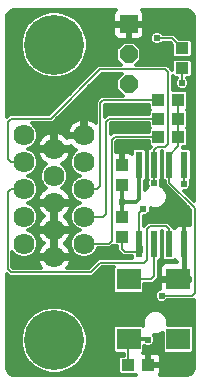
<source format=gtl>
G75*
%MOIN*%
%OFA0B0*%
%FSLAX24Y24*%
%IPPOS*%
%LPD*%
%AMOC8*
5,1,8,0,0,1.08239X$1,22.5*
%
%ADD10R,0.0240X0.0870*%
%ADD11R,0.0433X0.0394*%
%ADD12R,0.0394X0.0433*%
%ADD13R,0.0787X0.0709*%
%ADD14C,0.0703*%
%ADD15C,0.2000*%
%ADD16R,0.0600X0.0600*%
%ADD17OC8,0.0600*%
%ADD18C,0.0060*%
%ADD19C,0.0238*%
%ADD20C,0.0120*%
%ADD21C,0.0160*%
%ADD22C,0.0080*%
D10*
X009936Y004901D03*
X010436Y004901D03*
X010936Y004901D03*
X011436Y004901D03*
X011436Y007551D03*
X010936Y007551D03*
X010436Y007551D03*
X009936Y007551D03*
D11*
X009347Y005818D03*
X009347Y005148D03*
X009564Y000869D03*
X010233Y000869D03*
X011372Y010761D03*
X011372Y011430D03*
D12*
X011237Y009696D03*
X011237Y009089D03*
X011237Y008483D03*
X010568Y008483D03*
X010568Y009089D03*
X010568Y009696D03*
X009347Y007533D03*
X009347Y006864D03*
D13*
X009584Y003727D03*
X011237Y003727D03*
X011237Y001727D03*
X009584Y001727D03*
D14*
X007096Y004475D03*
X007096Y005377D03*
X007096Y006278D03*
X007096Y007180D03*
X007096Y008081D03*
X008096Y008530D03*
X008096Y007629D03*
X008096Y006727D03*
X008096Y005825D03*
X008096Y004924D03*
X006096Y004924D03*
X006096Y005825D03*
X006096Y006727D03*
X006096Y007629D03*
X006096Y008530D03*
D15*
X007096Y011546D03*
X007096Y001703D03*
D16*
X009584Y012231D03*
D17*
X009584Y011231D03*
X009584Y010231D03*
D18*
X008732Y009696D02*
X008632Y009596D01*
X008632Y006827D01*
X008532Y006727D01*
X008096Y006727D01*
X008832Y005925D02*
X008732Y005825D01*
X008096Y005825D01*
X008832Y005925D02*
X008832Y008989D01*
X008932Y009089D01*
X010568Y009089D01*
X010568Y008483D02*
X009112Y008483D01*
X009012Y008383D01*
X009012Y005024D01*
X008912Y004924D01*
X008096Y004924D01*
X008632Y004285D02*
X008532Y004185D01*
X008312Y003965D01*
X005652Y003965D01*
X005552Y004065D01*
X005552Y006627D01*
X005652Y006727D01*
X006096Y006727D01*
X006096Y007629D02*
X005652Y007629D01*
X005552Y007729D01*
X005552Y008985D01*
X005652Y009085D01*
X006984Y009085D01*
X008634Y010735D01*
X010802Y010735D01*
X010902Y010635D01*
X010902Y008255D01*
X010802Y008155D01*
X010536Y008155D01*
X010436Y008055D01*
X010436Y007551D01*
X010432Y007547D01*
X010432Y006955D01*
X010932Y006955D02*
X010932Y007555D01*
X010936Y007551D01*
X010932Y007555D02*
X010932Y007855D01*
X011237Y008160D01*
X011237Y008483D01*
X011237Y009089D01*
X011237Y009696D01*
X011362Y010275D02*
X011362Y010751D01*
X011372Y010761D01*
X011372Y011430D02*
X011037Y011765D01*
X010522Y011765D01*
X010568Y009696D02*
X008732Y009696D01*
X010436Y007551D02*
X010434Y007550D01*
X010433Y007549D01*
X010432Y007547D01*
X010932Y006955D02*
X011782Y006105D01*
X011782Y003285D01*
X011682Y003185D01*
X010682Y003185D01*
X010336Y003727D02*
X010436Y003827D01*
X010436Y004901D01*
X010017Y004820D02*
X010017Y004656D01*
X009447Y004656D01*
X009347Y004756D01*
X009347Y005148D01*
X009936Y004901D02*
X010017Y004820D01*
X009936Y004901D02*
X009936Y005929D01*
X010072Y006065D01*
X010292Y005505D02*
X010836Y005505D01*
X010936Y005405D01*
X010936Y004901D01*
X011436Y004901D02*
X011436Y005625D01*
X011336Y005725D01*
X011082Y005725D01*
X010292Y005505D02*
X010192Y005405D01*
X010192Y004385D01*
X010092Y004285D01*
X008632Y004285D01*
X009584Y003727D02*
X010336Y003727D01*
X011237Y003727D02*
X011263Y003729D01*
X011289Y003734D01*
X011313Y003742D01*
X011337Y003754D01*
X011358Y003768D01*
X011378Y003785D01*
X011395Y003805D01*
X011409Y003826D01*
X011421Y003850D01*
X011429Y003874D01*
X011434Y003900D01*
X011436Y003926D01*
X009584Y001727D02*
X009576Y001725D01*
X009570Y001721D01*
X009566Y001715D01*
X009564Y001707D01*
X009564Y000869D01*
X011432Y006915D02*
X011434Y006916D01*
X011435Y006917D01*
X011436Y006919D01*
X011436Y007551D01*
D19*
X011432Y006915D03*
X011162Y006285D03*
X011082Y005725D03*
X010072Y006065D03*
X009342Y006295D03*
X010432Y006955D03*
X009382Y008215D03*
X009382Y008795D03*
X009382Y009385D03*
X008082Y009455D03*
X010522Y011765D03*
X011362Y010275D03*
X007822Y004305D03*
X006412Y004315D03*
X008182Y002565D03*
X009392Y003055D03*
X010682Y003185D03*
X011392Y002695D03*
X010232Y001725D03*
D20*
X005510Y000825D02*
X005515Y000770D01*
X005557Y000668D01*
X005635Y000591D01*
X005737Y000548D01*
X005792Y000543D01*
X009840Y000543D01*
X009833Y000555D01*
X009830Y000552D01*
X009298Y000552D01*
X009227Y000622D01*
X009227Y001115D01*
X009298Y001186D01*
X009414Y001186D01*
X009414Y001253D01*
X009140Y001253D01*
X009070Y001323D01*
X009070Y002131D01*
X009140Y002201D01*
X010027Y002201D01*
X010066Y002162D01*
X010052Y002198D01*
X010052Y002362D01*
X010115Y002515D01*
X010231Y002631D01*
X010384Y002694D01*
X010548Y002694D01*
X010701Y002631D01*
X010817Y002515D01*
X010880Y002362D01*
X010880Y002201D01*
X011681Y002201D01*
X011751Y002131D01*
X011751Y001323D01*
X011681Y001253D01*
X010794Y001253D01*
X010724Y001323D01*
X010724Y001951D01*
X010701Y001929D01*
X010548Y001866D01*
X010430Y001866D01*
X010435Y001861D01*
X010471Y001773D01*
X010471Y001678D01*
X010435Y001590D01*
X010368Y001523D01*
X010280Y001486D01*
X010185Y001486D01*
X010097Y001523D01*
X010097Y001323D01*
X010057Y001283D01*
X010195Y001283D01*
X010195Y000907D01*
X010272Y000907D01*
X010667Y000907D01*
X010667Y001094D01*
X010653Y001150D01*
X010624Y001199D01*
X010583Y001240D01*
X010534Y001268D01*
X010478Y001283D01*
X010272Y001283D01*
X010272Y000907D01*
X010272Y000830D01*
X010667Y000830D01*
X010667Y000643D01*
X010653Y000588D01*
X010626Y000543D01*
X011485Y000543D01*
X011539Y000548D01*
X011641Y000591D01*
X011718Y000669D01*
X011760Y000770D01*
X011765Y000825D01*
X011765Y000825D01*
X011765Y000915D01*
X011765Y000915D01*
X011765Y003056D01*
X011744Y003035D01*
X010870Y003035D01*
X010818Y002983D01*
X010730Y002946D01*
X010635Y002946D01*
X010547Y002983D01*
X010480Y003050D01*
X010443Y003138D01*
X010443Y003233D01*
X010480Y003321D01*
X010547Y003388D01*
X010626Y003421D01*
X010626Y003667D01*
X011177Y003667D01*
X011177Y003787D01*
X010626Y003787D01*
X010626Y004110D01*
X010641Y004165D01*
X010670Y004215D01*
X010710Y004255D01*
X010760Y004284D01*
X010815Y004299D01*
X011176Y004299D01*
X011142Y004332D01*
X011124Y004364D01*
X011106Y004346D01*
X010766Y004346D01*
X010696Y004416D01*
X010696Y005355D01*
X010676Y005355D01*
X010676Y004416D01*
X010606Y004346D01*
X010586Y004346D01*
X010586Y003765D01*
X010498Y003677D01*
X010398Y003577D01*
X010097Y003577D01*
X010097Y003323D01*
X010027Y003253D01*
X009140Y003253D01*
X009070Y003323D01*
X009070Y004131D01*
X009074Y004135D01*
X008694Y004135D01*
X008594Y004035D01*
X008594Y004035D01*
X008462Y003903D01*
X008374Y003815D01*
X005590Y003815D01*
X005510Y003896D01*
X005510Y000825D01*
X005512Y000799D02*
X006421Y000799D01*
X006408Y000807D02*
X006663Y000660D01*
X006948Y000583D01*
X007243Y000583D01*
X007528Y000660D01*
X007783Y000807D01*
X007992Y001016D01*
X008139Y001271D01*
X008216Y001556D01*
X008216Y001851D01*
X008139Y002136D01*
X007992Y002391D01*
X007783Y002600D01*
X007528Y002747D01*
X007243Y002823D01*
X006948Y002823D01*
X006663Y002747D01*
X006408Y002600D01*
X006199Y002391D01*
X006052Y002136D01*
X005976Y001851D01*
X005976Y001556D01*
X006052Y001271D01*
X006199Y001016D01*
X006408Y000807D01*
X006297Y000918D02*
X005510Y000918D01*
X005510Y001036D02*
X006187Y001036D01*
X006119Y001155D02*
X005510Y001155D01*
X005510Y001273D02*
X006051Y001273D01*
X006019Y001392D02*
X005510Y001392D01*
X005510Y001510D02*
X005988Y001510D01*
X005976Y001629D02*
X005510Y001629D01*
X005510Y001747D02*
X005976Y001747D01*
X005980Y001866D02*
X005510Y001866D01*
X005510Y001984D02*
X006011Y001984D01*
X006043Y002103D02*
X005510Y002103D01*
X005510Y002221D02*
X006101Y002221D01*
X006170Y002340D02*
X005510Y002340D01*
X005510Y002458D02*
X006267Y002458D01*
X006385Y002577D02*
X005510Y002577D01*
X005510Y002695D02*
X006574Y002695D01*
X006913Y002814D02*
X005510Y002814D01*
X005510Y002932D02*
X011765Y002932D01*
X011765Y002814D02*
X007278Y002814D01*
X007617Y002695D02*
X011765Y002695D01*
X011765Y002577D02*
X010755Y002577D01*
X010841Y002458D02*
X011765Y002458D01*
X011765Y002340D02*
X010880Y002340D01*
X010880Y002221D02*
X011765Y002221D01*
X011751Y002103D02*
X011765Y002103D01*
X011751Y001984D02*
X011765Y001984D01*
X011751Y001866D02*
X011765Y001866D01*
X011751Y001747D02*
X011765Y001747D01*
X011751Y001629D02*
X011765Y001629D01*
X011751Y001510D02*
X011765Y001510D01*
X011751Y001392D02*
X011765Y001392D01*
X011765Y001273D02*
X011701Y001273D01*
X011765Y001155D02*
X010649Y001155D01*
X010667Y001036D02*
X011765Y001036D01*
X011765Y000918D02*
X010667Y000918D01*
X010667Y000799D02*
X011762Y000799D01*
X011723Y000681D02*
X010667Y000681D01*
X010638Y000562D02*
X011573Y000562D01*
X010773Y001273D02*
X010514Y001273D01*
X010724Y001392D02*
X010097Y001392D01*
X010097Y001510D02*
X010127Y001510D01*
X010338Y001510D02*
X010724Y001510D01*
X010724Y001629D02*
X010451Y001629D01*
X010471Y001747D02*
X010724Y001747D01*
X010724Y001866D02*
X010549Y001866D01*
X010231Y001727D02*
X009584Y001727D01*
X010052Y002221D02*
X008090Y002221D01*
X008148Y002103D02*
X009070Y002103D01*
X009070Y001984D02*
X008180Y001984D01*
X008211Y001866D02*
X009070Y001866D01*
X009070Y001747D02*
X008216Y001747D01*
X008216Y001629D02*
X009070Y001629D01*
X009070Y001510D02*
X008203Y001510D01*
X008172Y001392D02*
X009070Y001392D01*
X009120Y001273D02*
X008140Y001273D01*
X008072Y001155D02*
X009267Y001155D01*
X009227Y001036D02*
X008004Y001036D01*
X007894Y000918D02*
X009227Y000918D01*
X009227Y000799D02*
X007770Y000799D01*
X007565Y000681D02*
X009227Y000681D01*
X009287Y000562D02*
X005703Y000562D01*
X005552Y000681D02*
X006626Y000681D01*
X008021Y002340D02*
X010052Y002340D01*
X010092Y002458D02*
X007924Y002458D01*
X007806Y002577D02*
X010177Y002577D01*
X010479Y003051D02*
X005510Y003051D01*
X005510Y003169D02*
X010443Y003169D01*
X010466Y003288D02*
X010062Y003288D01*
X010097Y003406D02*
X010591Y003406D01*
X010626Y003525D02*
X010097Y003525D01*
X010465Y003643D02*
X010626Y003643D01*
X010583Y003762D02*
X011177Y003762D01*
X011297Y003762D02*
X011632Y003762D01*
X011632Y003787D02*
X011632Y003667D01*
X011297Y003667D01*
X011297Y003787D01*
X011632Y003787D01*
X011760Y003051D02*
X011765Y003051D01*
X010626Y003880D02*
X010586Y003880D01*
X010586Y003999D02*
X010626Y003999D01*
X010628Y004117D02*
X010586Y004117D01*
X010586Y004236D02*
X010691Y004236D01*
X010758Y004354D02*
X010614Y004354D01*
X010676Y004473D02*
X010696Y004473D01*
X010696Y004591D02*
X010676Y004591D01*
X010676Y004710D02*
X010696Y004710D01*
X010696Y004828D02*
X010676Y004828D01*
X010676Y004947D02*
X010696Y004947D01*
X010696Y005065D02*
X010676Y005065D01*
X010676Y005184D02*
X010696Y005184D01*
X010696Y005302D02*
X010676Y005302D01*
X010998Y005555D02*
X010898Y005655D01*
X010230Y005655D01*
X010142Y005568D01*
X010086Y005511D01*
X010086Y005826D01*
X010120Y005826D01*
X010208Y005863D01*
X010275Y005930D01*
X010311Y006018D01*
X010311Y006096D01*
X010384Y006066D01*
X010548Y006066D01*
X010701Y006129D01*
X010817Y006245D01*
X010880Y006398D01*
X010880Y006562D01*
X010817Y006715D01*
X010701Y006831D01*
X010649Y006853D01*
X010671Y006908D01*
X010671Y007003D01*
X010654Y007044D01*
X010676Y007066D01*
X010676Y008005D01*
X010696Y008005D01*
X010696Y007066D01*
X010766Y006996D01*
X010782Y006996D01*
X010782Y006893D01*
X011632Y006043D01*
X011632Y005541D01*
X011585Y005553D01*
X011436Y005553D01*
X011287Y005553D01*
X011232Y005539D01*
X011183Y005510D01*
X011142Y005469D01*
X011124Y005438D01*
X011106Y005456D01*
X011086Y005456D01*
X011086Y005468D01*
X010998Y005555D01*
X011014Y005539D02*
X011235Y005539D01*
X011436Y005539D02*
X011436Y005539D01*
X011436Y005553D02*
X011436Y004901D01*
X011436Y005553D01*
X011436Y005421D02*
X011436Y005421D01*
X011436Y005302D02*
X011436Y005302D01*
X011436Y005184D02*
X011436Y005184D01*
X011436Y005065D02*
X011436Y005065D01*
X011436Y004947D02*
X011436Y004947D01*
X011436Y004901D02*
X011436Y004901D01*
X011129Y004354D02*
X011114Y004354D01*
X010114Y005539D02*
X010086Y005539D01*
X010086Y005658D02*
X011632Y005658D01*
X011632Y005776D02*
X010086Y005776D01*
X010240Y005895D02*
X011632Y005895D01*
X011632Y006013D02*
X010310Y006013D01*
X010704Y006132D02*
X011544Y006132D01*
X011425Y006250D02*
X010819Y006250D01*
X010869Y006369D02*
X011307Y006369D01*
X011188Y006487D02*
X010880Y006487D01*
X010862Y006606D02*
X011070Y006606D01*
X010951Y006724D02*
X010807Y006724D01*
X010833Y006843D02*
X010672Y006843D01*
X010671Y006961D02*
X010782Y006961D01*
X010696Y007080D02*
X010676Y007080D01*
X010676Y007198D02*
X010696Y007198D01*
X010696Y007317D02*
X010676Y007317D01*
X010676Y007435D02*
X010696Y007435D01*
X010696Y007554D02*
X010676Y007554D01*
X010676Y007672D02*
X010696Y007672D01*
X010696Y007791D02*
X010676Y007791D01*
X010676Y007909D02*
X010696Y007909D01*
X010318Y008150D02*
X010286Y008118D01*
X010286Y008106D01*
X010266Y008106D01*
X010196Y008036D01*
X010196Y007066D01*
X010213Y007050D01*
X010193Y007003D01*
X010193Y006908D01*
X010227Y006827D01*
X010116Y006716D01*
X010116Y007006D01*
X010176Y007066D01*
X010176Y008036D01*
X010106Y008106D01*
X009766Y008106D01*
X009696Y008036D01*
X009696Y007905D01*
X009678Y007924D01*
X009628Y007952D01*
X009573Y007967D01*
X009386Y007967D01*
X009386Y007571D01*
X009309Y007571D01*
X009309Y007967D01*
X009162Y007967D01*
X009162Y008321D01*
X009174Y008333D01*
X010251Y008333D01*
X010251Y008217D01*
X010318Y008150D01*
X010315Y008146D02*
X009162Y008146D01*
X009162Y008028D02*
X009696Y008028D01*
X009692Y007909D02*
X009696Y007909D01*
X009386Y007909D02*
X009309Y007909D01*
X009309Y007791D02*
X009386Y007791D01*
X009386Y007672D02*
X009309Y007672D01*
X009162Y008265D02*
X010251Y008265D01*
X010196Y008028D02*
X010176Y008028D01*
X010176Y007909D02*
X010196Y007909D01*
X010196Y007791D02*
X010176Y007791D01*
X010176Y007672D02*
X010196Y007672D01*
X010196Y007554D02*
X010176Y007554D01*
X010176Y007435D02*
X010196Y007435D01*
X010196Y007317D02*
X010176Y007317D01*
X010176Y007198D02*
X010196Y007198D01*
X010196Y007080D02*
X010176Y007080D01*
X010193Y006961D02*
X010116Y006961D01*
X010116Y006843D02*
X010220Y006843D01*
X010125Y006724D02*
X010116Y006724D01*
X009936Y006395D02*
X009836Y006295D01*
X009347Y006295D01*
X009347Y005818D01*
X009347Y006295D02*
X009342Y006295D01*
X009347Y006295D02*
X009347Y006864D01*
X009936Y006395D02*
X009936Y007551D01*
X010251Y008633D02*
X009050Y008633D01*
X008982Y008565D01*
X008982Y008927D01*
X008994Y008939D01*
X010251Y008939D01*
X010251Y008823D01*
X010288Y008786D01*
X010251Y008749D01*
X010251Y008633D01*
X010251Y008739D02*
X008982Y008739D01*
X008982Y008857D02*
X010251Y008857D01*
X010251Y009239D02*
X008870Y009239D01*
X008782Y009151D01*
X008782Y009533D01*
X008794Y009546D01*
X010251Y009546D01*
X010251Y009429D01*
X010288Y009392D01*
X010251Y009355D01*
X010251Y009239D01*
X010251Y009331D02*
X008782Y009331D01*
X008782Y009213D02*
X008844Y009213D01*
X008782Y009450D02*
X010251Y009450D01*
X011052Y010032D02*
X011052Y010498D01*
X011106Y010444D01*
X011193Y010444D01*
X011160Y010411D01*
X011123Y010323D01*
X011123Y010228D01*
X011160Y010140D01*
X011227Y010073D01*
X011315Y010036D01*
X011410Y010036D01*
X011498Y010073D01*
X011565Y010140D01*
X011601Y010228D01*
X011601Y010323D01*
X011565Y010411D01*
X011532Y010444D01*
X011639Y010444D01*
X011709Y010514D01*
X011709Y011007D01*
X011639Y011078D01*
X011106Y011078D01*
X011036Y011007D01*
X011036Y010714D01*
X010952Y010798D01*
X010864Y010885D01*
X009832Y010885D01*
X010004Y011057D01*
X010004Y011405D01*
X009758Y011651D01*
X009410Y011651D01*
X009164Y011405D01*
X009164Y011057D01*
X009335Y010885D01*
X008572Y010885D01*
X006922Y009235D01*
X005590Y009235D01*
X005510Y009155D01*
X005510Y012422D01*
X005516Y012476D01*
X005558Y012576D01*
X005635Y012652D01*
X005736Y012693D01*
X005790Y012698D01*
X005791Y012698D01*
X005881Y012697D01*
X005881Y012698D01*
X009143Y012698D01*
X009110Y012664D01*
X009081Y012615D01*
X009066Y012560D01*
X009066Y012271D01*
X009544Y012271D01*
X009544Y012191D01*
X009624Y012191D01*
X009624Y012271D01*
X010101Y012271D01*
X010101Y012560D01*
X010086Y012615D01*
X010058Y012664D01*
X010024Y012698D01*
X011396Y012698D01*
X011396Y012697D01*
X011486Y012698D01*
X011487Y012698D01*
X011541Y012693D01*
X011641Y012652D01*
X011717Y012576D01*
X011759Y012477D01*
X011765Y012423D01*
X011765Y006335D01*
X011424Y006676D01*
X011480Y006676D01*
X011568Y006713D01*
X011635Y006780D01*
X011671Y006868D01*
X011671Y006963D01*
X011643Y007033D01*
X011676Y007066D01*
X011676Y008036D01*
X011606Y008106D01*
X011387Y008106D01*
X011387Y008146D01*
X011484Y008146D01*
X011554Y008217D01*
X011554Y008749D01*
X011517Y008786D01*
X011554Y008823D01*
X011554Y009355D01*
X011517Y009392D01*
X011554Y009429D01*
X011554Y009962D01*
X011484Y010032D01*
X011052Y010032D01*
X011052Y010042D02*
X011300Y010042D01*
X011425Y010042D02*
X011765Y010042D01*
X011765Y009924D02*
X011554Y009924D01*
X011554Y009805D02*
X011765Y009805D01*
X011765Y009687D02*
X011554Y009687D01*
X011554Y009568D02*
X011765Y009568D01*
X011765Y009450D02*
X011554Y009450D01*
X011554Y009331D02*
X011765Y009331D01*
X011765Y009213D02*
X011554Y009213D01*
X011554Y009094D02*
X011765Y009094D01*
X011765Y008976D02*
X011554Y008976D01*
X011554Y008857D02*
X011765Y008857D01*
X011765Y008739D02*
X011554Y008739D01*
X011554Y008620D02*
X011765Y008620D01*
X011765Y008502D02*
X011554Y008502D01*
X011554Y008383D02*
X011765Y008383D01*
X011765Y008265D02*
X011554Y008265D01*
X011484Y008146D02*
X011765Y008146D01*
X011765Y008028D02*
X011676Y008028D01*
X011676Y007909D02*
X011765Y007909D01*
X011765Y007791D02*
X011676Y007791D01*
X011676Y007672D02*
X011765Y007672D01*
X011765Y007554D02*
X011676Y007554D01*
X011676Y007435D02*
X011765Y007435D01*
X011765Y007317D02*
X011676Y007317D01*
X011676Y007198D02*
X011765Y007198D01*
X011765Y007080D02*
X011676Y007080D01*
X011671Y006961D02*
X011765Y006961D01*
X011765Y006843D02*
X011661Y006843D01*
X011579Y006724D02*
X011765Y006724D01*
X011765Y006606D02*
X011494Y006606D01*
X011612Y006487D02*
X011765Y006487D01*
X011765Y006369D02*
X011731Y006369D01*
X009696Y004506D02*
X009696Y004435D01*
X008570Y004435D01*
X008382Y004248D01*
X008382Y004248D01*
X008250Y004115D01*
X007537Y004115D01*
X007582Y004177D01*
X007623Y004257D01*
X007650Y004342D01*
X007662Y004418D01*
X007153Y004418D01*
X007153Y004532D01*
X007662Y004532D01*
X007650Y004608D01*
X007623Y004693D01*
X007582Y004773D01*
X007529Y004846D01*
X007466Y004909D01*
X007443Y004926D01*
X007466Y004943D01*
X007529Y005006D01*
X007582Y005078D01*
X007623Y005158D01*
X007650Y005243D01*
X007662Y005319D01*
X007153Y005319D01*
X007153Y005434D01*
X007662Y005434D01*
X007650Y005510D01*
X007623Y005595D01*
X007582Y005675D01*
X007529Y005747D01*
X007466Y005811D01*
X007443Y005827D01*
X007466Y005844D01*
X007529Y005908D01*
X007582Y005980D01*
X007623Y006060D01*
X007650Y006145D01*
X007662Y006221D01*
X007153Y006221D01*
X007153Y006335D01*
X007662Y006335D01*
X007650Y006411D01*
X007623Y006497D01*
X007582Y006576D01*
X007529Y006649D01*
X007466Y006712D01*
X007394Y006765D01*
X007363Y006780D01*
X007495Y006913D01*
X007567Y007086D01*
X007567Y007274D01*
X007495Y007447D01*
X007363Y007579D01*
X007394Y007595D01*
X007466Y007647D01*
X007529Y007711D01*
X007582Y007783D01*
X007623Y007863D01*
X007650Y007948D01*
X007662Y008024D01*
X007153Y008024D01*
X007153Y008138D01*
X007662Y008138D01*
X007658Y008164D01*
X007662Y008160D01*
X007725Y008096D01*
X007797Y008044D01*
X007828Y008028D01*
X007153Y008028D01*
X007153Y008138D02*
X007038Y008138D01*
X007038Y008024D01*
X006529Y008024D01*
X006541Y007948D01*
X006568Y007863D01*
X006609Y007783D01*
X006662Y007711D01*
X006725Y007647D01*
X006797Y007595D01*
X006828Y007579D01*
X006696Y007447D01*
X006624Y007274D01*
X006624Y007086D01*
X006696Y006913D01*
X006828Y006780D01*
X006797Y006765D01*
X006725Y006712D01*
X006662Y006649D01*
X006609Y006576D01*
X006568Y006497D01*
X006541Y006411D01*
X006529Y006335D01*
X007038Y006335D01*
X007038Y006221D01*
X006529Y006221D01*
X006541Y006145D01*
X006568Y006060D01*
X006609Y005980D01*
X006662Y005908D01*
X006725Y005844D01*
X006748Y005827D01*
X006725Y005811D01*
X006662Y005747D01*
X006609Y005675D01*
X006568Y005595D01*
X006541Y005510D01*
X006529Y005434D01*
X007038Y005434D01*
X007038Y005319D01*
X007153Y005319D01*
X007153Y004532D01*
X007038Y004532D01*
X007038Y004418D01*
X006529Y004418D01*
X006541Y004342D01*
X006568Y004257D01*
X006609Y004177D01*
X006654Y004115D01*
X005714Y004115D01*
X005702Y004128D01*
X005702Y004650D01*
X005828Y004524D01*
X006002Y004452D01*
X006189Y004452D01*
X006363Y004524D01*
X006495Y004657D01*
X006567Y004830D01*
X006567Y005018D01*
X006495Y005191D01*
X006363Y005323D01*
X006239Y005375D01*
X006363Y005426D01*
X006495Y005558D01*
X006567Y005732D01*
X006567Y005919D01*
X006495Y006092D01*
X006363Y006225D01*
X006239Y006276D01*
X006363Y006327D01*
X006495Y006460D01*
X006567Y006633D01*
X006567Y006821D01*
X006495Y006994D01*
X006363Y007127D01*
X006239Y007178D01*
X006363Y007229D01*
X006495Y007362D01*
X006567Y007535D01*
X006567Y007722D01*
X006495Y007896D01*
X006363Y008028D01*
X007038Y008028D01*
X007038Y008138D02*
X006529Y008138D01*
X006541Y008215D01*
X006568Y008300D01*
X006609Y008379D01*
X006662Y008452D01*
X006725Y008515D01*
X006797Y008568D01*
X006877Y008609D01*
X006962Y008636D01*
X007038Y008648D01*
X007038Y008138D01*
X007038Y008146D02*
X007153Y008146D01*
X007153Y008138D02*
X007153Y008648D01*
X007229Y008636D01*
X007314Y008609D01*
X007394Y008568D01*
X007466Y008515D01*
X007529Y008452D01*
X007533Y008447D01*
X007529Y008473D01*
X008038Y008473D01*
X008038Y008587D01*
X007529Y008587D01*
X007541Y008663D01*
X007568Y008749D01*
X007609Y008828D01*
X007662Y008901D01*
X007725Y008964D01*
X007797Y009017D01*
X007877Y009057D01*
X007962Y009085D01*
X008038Y009097D01*
X008038Y008587D01*
X008153Y008587D01*
X008153Y009097D01*
X008229Y009085D01*
X008314Y009057D01*
X008394Y009017D01*
X008466Y008964D01*
X008482Y008948D01*
X008482Y009658D01*
X008570Y009746D01*
X008670Y009846D01*
X009375Y009846D01*
X009164Y010057D01*
X009164Y010405D01*
X009344Y010585D01*
X008696Y010585D01*
X007134Y009023D01*
X007046Y008935D01*
X006349Y008935D01*
X006363Y008930D01*
X006495Y008797D01*
X006567Y008624D01*
X006567Y008436D01*
X006495Y008263D01*
X006363Y008131D01*
X006239Y008079D01*
X006363Y008028D01*
X006378Y008146D02*
X006530Y008146D01*
X006557Y008265D02*
X006496Y008265D01*
X006545Y008383D02*
X006612Y008383D01*
X006567Y008502D02*
X006712Y008502D01*
X006567Y008620D02*
X006914Y008620D01*
X007038Y008620D02*
X007153Y008620D01*
X007153Y008502D02*
X007038Y008502D01*
X007038Y008383D02*
X007153Y008383D01*
X007153Y008265D02*
X007038Y008265D01*
X007277Y008620D02*
X007534Y008620D01*
X007565Y008739D02*
X006519Y008739D01*
X006435Y008857D02*
X007630Y008857D01*
X007741Y008976D02*
X007087Y008976D01*
X007205Y009094D02*
X008022Y009094D01*
X008038Y009094D02*
X008153Y009094D01*
X008169Y009094D02*
X008482Y009094D01*
X008482Y008976D02*
X008450Y008976D01*
X008482Y009213D02*
X007324Y009213D01*
X007442Y009331D02*
X008482Y009331D01*
X008482Y009450D02*
X007561Y009450D01*
X007679Y009568D02*
X008482Y009568D01*
X008512Y009687D02*
X007798Y009687D01*
X007916Y009805D02*
X008630Y009805D01*
X008272Y010161D02*
X009164Y010161D01*
X009164Y010279D02*
X008390Y010279D01*
X008509Y010398D02*
X009164Y010398D01*
X009275Y010516D02*
X008627Y010516D01*
X008440Y010753D02*
X007887Y010753D01*
X007783Y010650D02*
X007992Y010858D01*
X008139Y011114D01*
X008216Y011398D01*
X008216Y011693D01*
X008139Y011978D01*
X007992Y012234D01*
X007783Y012442D01*
X007528Y012590D01*
X007243Y012666D01*
X006948Y012666D01*
X006663Y012590D01*
X006408Y012442D01*
X006199Y012234D01*
X006052Y011978D01*
X005976Y011693D01*
X005976Y011398D01*
X006052Y011114D01*
X006199Y010858D01*
X006408Y010650D01*
X006663Y010502D01*
X006948Y010426D01*
X007243Y010426D01*
X007528Y010502D01*
X007783Y010650D01*
X007758Y010635D02*
X008321Y010635D01*
X008203Y010516D02*
X007552Y010516D01*
X007847Y010161D02*
X005510Y010161D01*
X005510Y010279D02*
X007966Y010279D01*
X008084Y010398D02*
X005510Y010398D01*
X005510Y010516D02*
X006639Y010516D01*
X006433Y010635D02*
X005510Y010635D01*
X005510Y010753D02*
X006304Y010753D01*
X006191Y010872D02*
X005510Y010872D01*
X005510Y010990D02*
X006123Y010990D01*
X006055Y011109D02*
X005510Y011109D01*
X005510Y011227D02*
X006021Y011227D01*
X005990Y011346D02*
X005510Y011346D01*
X005510Y011464D02*
X005976Y011464D01*
X005976Y011583D02*
X005510Y011583D01*
X005510Y011701D02*
X005978Y011701D01*
X006009Y011820D02*
X005510Y011820D01*
X005510Y011938D02*
X006041Y011938D01*
X006097Y012057D02*
X005510Y012057D01*
X005510Y012175D02*
X006166Y012175D01*
X006260Y012294D02*
X005510Y012294D01*
X005510Y012412D02*
X006378Y012412D01*
X006562Y012531D02*
X005539Y012531D01*
X005633Y012649D02*
X006887Y012649D01*
X007304Y012649D02*
X009101Y012649D01*
X009066Y012531D02*
X007629Y012531D01*
X007813Y012412D02*
X009066Y012412D01*
X009066Y012294D02*
X007931Y012294D01*
X008025Y012175D02*
X009066Y012175D01*
X009066Y012191D02*
X009066Y011902D01*
X009081Y011847D01*
X009110Y011797D01*
X009150Y011757D01*
X009200Y011728D01*
X009255Y011713D01*
X009544Y011713D01*
X009544Y012191D01*
X009066Y012191D01*
X009066Y012057D02*
X008094Y012057D01*
X008150Y011938D02*
X009066Y011938D01*
X009097Y011820D02*
X008182Y011820D01*
X008213Y011701D02*
X010290Y011701D01*
X010283Y011718D02*
X010320Y011630D01*
X010387Y011563D01*
X010475Y011526D01*
X010570Y011526D01*
X010658Y011563D01*
X010710Y011615D01*
X010975Y011615D01*
X011036Y011554D01*
X011036Y011184D01*
X011106Y011113D01*
X011639Y011113D01*
X011709Y011184D01*
X011709Y011677D01*
X011639Y011747D01*
X011268Y011747D01*
X011099Y011915D01*
X010710Y011915D01*
X010658Y011968D01*
X010570Y012004D01*
X010475Y012004D01*
X010387Y011968D01*
X010320Y011901D01*
X010283Y011813D01*
X010283Y011718D01*
X010286Y011820D02*
X010071Y011820D01*
X010058Y011797D02*
X010086Y011847D01*
X010101Y011902D01*
X010101Y012191D01*
X009624Y012191D01*
X009624Y011713D01*
X009912Y011713D01*
X009968Y011728D01*
X010017Y011757D01*
X010058Y011797D01*
X010101Y011938D02*
X010357Y011938D01*
X010101Y012057D02*
X011765Y012057D01*
X011765Y012175D02*
X010101Y012175D01*
X010101Y012294D02*
X011765Y012294D01*
X011765Y012412D02*
X010101Y012412D01*
X010101Y012531D02*
X011736Y012531D01*
X011643Y012649D02*
X010066Y012649D01*
X009624Y012175D02*
X009544Y012175D01*
X009544Y012057D02*
X009624Y012057D01*
X009624Y011938D02*
X009544Y011938D01*
X009544Y011820D02*
X009624Y011820D01*
X009826Y011583D02*
X010367Y011583D01*
X010678Y011583D02*
X011007Y011583D01*
X011036Y011464D02*
X009944Y011464D01*
X010004Y011346D02*
X011036Y011346D01*
X011036Y011227D02*
X010004Y011227D01*
X010004Y011109D02*
X011765Y011109D01*
X011765Y011227D02*
X011709Y011227D01*
X011709Y011346D02*
X011765Y011346D01*
X011765Y011464D02*
X011709Y011464D01*
X011709Y011583D02*
X011765Y011583D01*
X011765Y011701D02*
X011684Y011701D01*
X011765Y011820D02*
X011195Y011820D01*
X010687Y011938D02*
X011765Y011938D01*
X011765Y010990D02*
X011709Y010990D01*
X011709Y010872D02*
X011765Y010872D01*
X011765Y010753D02*
X011709Y010753D01*
X011709Y010635D02*
X011765Y010635D01*
X011765Y010516D02*
X011709Y010516D01*
X011765Y010398D02*
X011570Y010398D01*
X011601Y010279D02*
X011765Y010279D01*
X011765Y010161D02*
X011574Y010161D01*
X011151Y010161D02*
X011052Y010161D01*
X011052Y010279D02*
X011123Y010279D01*
X011154Y010398D02*
X011052Y010398D01*
X011036Y010753D02*
X010996Y010753D01*
X011036Y010872D02*
X010878Y010872D01*
X011036Y010990D02*
X009937Y010990D01*
X009342Y011583D02*
X008216Y011583D01*
X008216Y011464D02*
X009223Y011464D01*
X009164Y011346D02*
X008201Y011346D01*
X008170Y011227D02*
X009164Y011227D01*
X009164Y011109D02*
X008137Y011109D01*
X008068Y010990D02*
X009230Y010990D01*
X008558Y010872D02*
X008000Y010872D01*
X008153Y010042D02*
X009178Y010042D01*
X009297Y009924D02*
X008035Y009924D01*
X007729Y010042D02*
X005510Y010042D01*
X005510Y009924D02*
X007610Y009924D01*
X007492Y009805D02*
X005510Y009805D01*
X005510Y009687D02*
X007373Y009687D01*
X007255Y009568D02*
X005510Y009568D01*
X005510Y009450D02*
X007136Y009450D01*
X007018Y009331D02*
X005510Y009331D01*
X005510Y009213D02*
X005568Y009213D01*
X006481Y007909D02*
X006553Y007909D01*
X006538Y007791D02*
X006605Y007791D01*
X006567Y007672D02*
X006700Y007672D01*
X006803Y007554D02*
X006567Y007554D01*
X006526Y007435D02*
X006691Y007435D01*
X006642Y007317D02*
X006451Y007317D01*
X006289Y007198D02*
X006624Y007198D01*
X006627Y007080D02*
X006409Y007080D01*
X006509Y006961D02*
X006676Y006961D01*
X006766Y006843D02*
X006558Y006843D01*
X006567Y006724D02*
X006742Y006724D01*
X006630Y006606D02*
X006556Y006606D01*
X006565Y006487D02*
X006506Y006487D01*
X006534Y006369D02*
X006404Y006369D01*
X006301Y006250D02*
X007038Y006250D01*
X007038Y006221D02*
X007153Y006221D01*
X007153Y005711D01*
X007153Y005434D01*
X007038Y005434D01*
X007038Y006221D01*
X007038Y006132D02*
X007153Y006132D01*
X007153Y006250D02*
X007890Y006250D01*
X007828Y006225D02*
X007696Y006092D01*
X007624Y005919D01*
X007624Y005732D01*
X007696Y005558D01*
X007828Y005426D01*
X007952Y005375D01*
X007828Y005323D01*
X007696Y005191D01*
X007624Y005018D01*
X007624Y004830D01*
X007696Y004657D01*
X007828Y004524D01*
X008002Y004452D01*
X008189Y004452D01*
X008363Y004524D01*
X008495Y004657D01*
X008544Y004774D01*
X008974Y004774D01*
X009057Y004856D01*
X009081Y004831D01*
X009197Y004831D01*
X009197Y004694D01*
X009297Y004594D01*
X009385Y004506D01*
X009696Y004506D01*
X009696Y004473D02*
X008239Y004473D01*
X008430Y004591D02*
X009300Y004591D01*
X009197Y004710D02*
X008517Y004710D01*
X008489Y004354D02*
X007652Y004354D01*
X007612Y004236D02*
X008371Y004236D01*
X008252Y004117D02*
X007539Y004117D01*
X007153Y004473D02*
X007952Y004473D01*
X007761Y004591D02*
X007653Y004591D01*
X007674Y004710D02*
X007614Y004710D01*
X007625Y004828D02*
X007542Y004828D01*
X007470Y004947D02*
X007624Y004947D01*
X007644Y005065D02*
X007573Y005065D01*
X007631Y005184D02*
X007693Y005184D01*
X007660Y005302D02*
X007807Y005302D01*
X007840Y005421D02*
X007153Y005421D01*
X007038Y005421D02*
X006351Y005421D01*
X006384Y005302D02*
X006531Y005302D01*
X006529Y005319D02*
X006541Y005243D01*
X006568Y005158D01*
X006609Y005078D01*
X006662Y005006D01*
X006725Y004943D01*
X006748Y004926D01*
X006725Y004909D01*
X006662Y004846D01*
X006609Y004773D01*
X006568Y004693D01*
X006541Y004608D01*
X006529Y004532D01*
X007038Y004532D01*
X007038Y005042D01*
X007038Y005319D01*
X006529Y005319D01*
X006498Y005184D02*
X006560Y005184D01*
X006547Y005065D02*
X006618Y005065D01*
X006567Y004947D02*
X006721Y004947D01*
X006649Y004828D02*
X006566Y004828D01*
X006577Y004710D02*
X006517Y004710D01*
X006538Y004591D02*
X006430Y004591D01*
X006239Y004473D02*
X007038Y004473D01*
X007038Y004591D02*
X007153Y004591D01*
X007153Y004710D02*
X007038Y004710D01*
X007038Y004828D02*
X007153Y004828D01*
X007153Y004947D02*
X007038Y004947D01*
X007038Y005065D02*
X007153Y005065D01*
X007153Y005184D02*
X007038Y005184D01*
X007038Y005302D02*
X007153Y005302D01*
X007153Y005539D02*
X007038Y005539D01*
X007038Y005658D02*
X007153Y005658D01*
X007153Y005776D02*
X007038Y005776D01*
X007038Y005895D02*
X007153Y005895D01*
X007153Y006013D02*
X007038Y006013D01*
X006674Y005895D02*
X006567Y005895D01*
X006567Y005776D02*
X006691Y005776D01*
X006600Y005658D02*
X006536Y005658D01*
X006550Y005539D02*
X006476Y005539D01*
X006528Y006013D02*
X006592Y006013D01*
X006545Y006132D02*
X006456Y006132D01*
X007517Y005895D02*
X007624Y005895D01*
X007624Y005776D02*
X007500Y005776D01*
X007591Y005658D02*
X007655Y005658D01*
X007641Y005539D02*
X007715Y005539D01*
X007663Y006013D02*
X007599Y006013D01*
X007646Y006132D02*
X007735Y006132D01*
X007828Y006225D02*
X007952Y006276D01*
X007828Y006327D01*
X007696Y006460D01*
X007624Y006633D01*
X007624Y006821D01*
X007696Y006994D01*
X007828Y007127D01*
X007952Y007178D01*
X007828Y007229D01*
X007696Y007362D01*
X007624Y007535D01*
X007624Y007722D01*
X007696Y007896D01*
X007828Y008028D01*
X007710Y007909D02*
X007638Y007909D01*
X007653Y007791D02*
X007586Y007791D01*
X007624Y007672D02*
X007491Y007672D01*
X007388Y007554D02*
X007624Y007554D01*
X007665Y007435D02*
X007500Y007435D01*
X007549Y007317D02*
X007741Y007317D01*
X007902Y007198D02*
X007567Y007198D01*
X007564Y007080D02*
X007782Y007080D01*
X007682Y006961D02*
X007515Y006961D01*
X007425Y006843D02*
X007633Y006843D01*
X007624Y006724D02*
X007449Y006724D01*
X007561Y006606D02*
X007635Y006606D01*
X007626Y006487D02*
X007685Y006487D01*
X007657Y006369D02*
X007787Y006369D01*
X009029Y004828D02*
X009197Y004828D01*
X009070Y004117D02*
X008677Y004117D01*
X008558Y003999D02*
X009070Y003999D01*
X009070Y003880D02*
X008440Y003880D01*
X009070Y003762D02*
X005510Y003762D01*
X005510Y003880D02*
X005525Y003880D01*
X005510Y003643D02*
X009070Y003643D01*
X009070Y003525D02*
X005510Y003525D01*
X005510Y003406D02*
X009070Y003406D01*
X009105Y003288D02*
X005510Y003288D01*
X005712Y004117D02*
X006652Y004117D01*
X006579Y004236D02*
X005702Y004236D01*
X005702Y004354D02*
X006539Y004354D01*
X005952Y004473D02*
X005702Y004473D01*
X005702Y004591D02*
X005761Y004591D01*
X007661Y008146D02*
X007675Y008146D01*
X007479Y008502D02*
X008038Y008502D01*
X008038Y008620D02*
X008153Y008620D01*
X008153Y008739D02*
X008038Y008739D01*
X008038Y008857D02*
X008153Y008857D01*
X008153Y008976D02*
X008038Y008976D01*
X008982Y008620D02*
X009038Y008620D01*
X010195Y001273D02*
X010272Y001273D01*
X010272Y001155D02*
X010195Y001155D01*
X010195Y001036D02*
X010272Y001036D01*
X010272Y000918D02*
X010195Y000918D01*
D21*
X011237Y003727D02*
X011436Y003727D01*
X011436Y004901D01*
D22*
X010231Y001727D02*
X010232Y001727D01*
X010233Y001726D01*
X010233Y001725D01*
M02*

</source>
